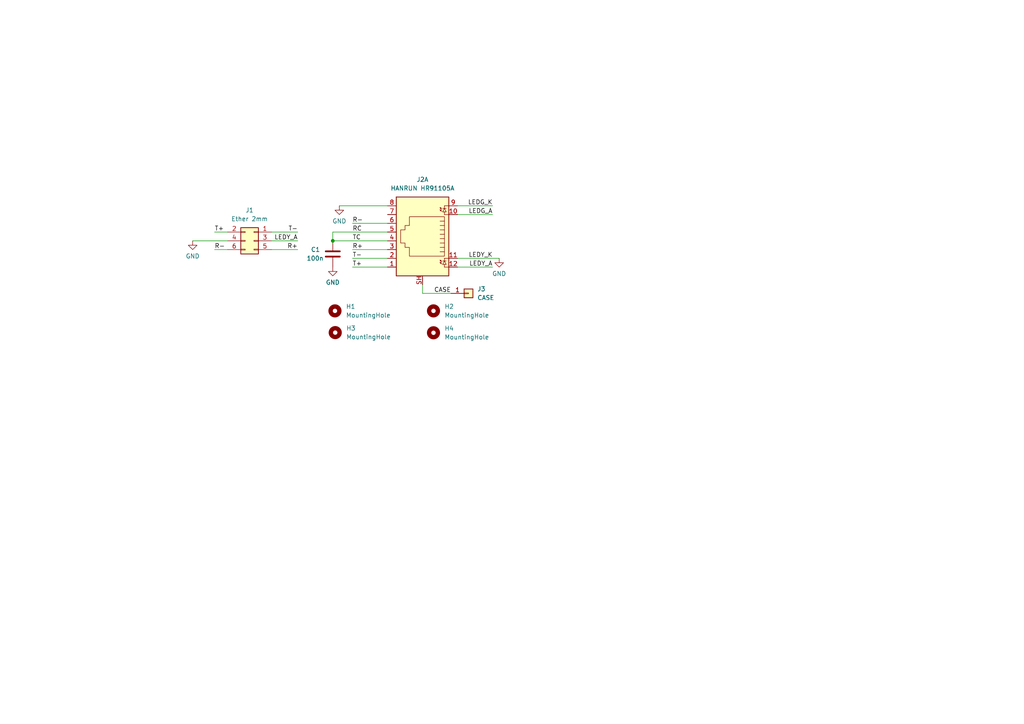
<source format=kicad_sch>
(kicad_sch (version 20211123) (generator eeschema)

  (uuid 8c601a75-44ba-4225-a78d-16c8cc292af2)

  (paper "A4")

  (lib_symbols
    (symbol "Connector:RJ45_LED_Shielded_x2" (in_bom yes) (on_board yes)
      (property "Reference" "J" (id 0) (at -5.08 13.97 0)
        (effects (font (size 1.27 1.27)) (justify right))
      )
      (property "Value" "RJ45_LED_Shielded_x2" (id 1) (at 1.27 13.97 0)
        (effects (font (size 1.27 1.27)) (justify left))
      )
      (property "Footprint" "" (id 2) (at 0 0.635 90)
        (effects (font (size 1.27 1.27)) hide)
      )
      (property "Datasheet" "~" (id 3) (at 0 0.635 90)
        (effects (font (size 1.27 1.27)) hide)
      )
      (property "ki_keywords" "8P8C RJ female connector led" (id 4) (at 0 0 0)
        (effects (font (size 1.27 1.27)) hide)
      )
      (property "ki_description" "RJ connector, 8P8C (8 positions 8 connected), two LEDs, Shielded, two ports" (id 5) (at 0 0 0)
        (effects (font (size 1.27 1.27)) hide)
      )
      (property "ki_fp_filters" "8P8C*02* RJ45*02*" (id 6) (at 0 0 0)
        (effects (font (size 1.27 1.27)) hide)
      )
      (symbol "RJ45_LED_Shielded_x2_0_1"
        (polyline
          (pts
            (xy -7.62 -7.62)
            (xy -6.35 -7.62)
          )
          (stroke (width 0) (type default) (color 0 0 0 0))
          (fill (type none))
        )
        (polyline
          (pts
            (xy -7.62 -5.08)
            (xy -6.35 -5.08)
          )
          (stroke (width 0) (type default) (color 0 0 0 0))
          (fill (type none))
        )
        (polyline
          (pts
            (xy -7.62 7.62)
            (xy -6.35 7.62)
          )
          (stroke (width 0) (type default) (color 0 0 0 0))
          (fill (type none))
        )
        (polyline
          (pts
            (xy -7.62 10.16)
            (xy -6.35 10.16)
          )
          (stroke (width 0) (type default) (color 0 0 0 0))
          (fill (type none))
        )
        (polyline
          (pts
            (xy -6.858 -5.842)
            (xy -5.842 -5.842)
          )
          (stroke (width 0) (type default) (color 0 0 0 0))
          (fill (type none))
        )
        (polyline
          (pts
            (xy -6.858 9.398)
            (xy -5.842 9.398)
          )
          (stroke (width 0) (type default) (color 0 0 0 0))
          (fill (type none))
        )
        (polyline
          (pts
            (xy -6.35 -7.62)
            (xy -6.35 -6.858)
          )
          (stroke (width 0) (type default) (color 0 0 0 0))
          (fill (type none))
        )
        (polyline
          (pts
            (xy -6.35 -5.08)
            (xy -6.35 -5.842)
          )
          (stroke (width 0) (type default) (color 0 0 0 0))
          (fill (type none))
        )
        (polyline
          (pts
            (xy -6.35 7.62)
            (xy -6.35 8.382)
          )
          (stroke (width 0) (type default) (color 0 0 0 0))
          (fill (type none))
        )
        (polyline
          (pts
            (xy -6.35 10.16)
            (xy -6.35 9.398)
          )
          (stroke (width 0) (type default) (color 0 0 0 0))
          (fill (type none))
        )
        (polyline
          (pts
            (xy -5.08 -6.223)
            (xy -5.207 -6.604)
          )
          (stroke (width 0) (type default) (color 0 0 0 0))
          (fill (type none))
        )
        (polyline
          (pts
            (xy -5.08 -5.588)
            (xy -5.207 -5.969)
          )
          (stroke (width 0) (type default) (color 0 0 0 0))
          (fill (type none))
        )
        (polyline
          (pts
            (xy -5.08 4.445)
            (xy -6.35 4.445)
          )
          (stroke (width 0) (type default) (color 0 0 0 0))
          (fill (type none))
        )
        (polyline
          (pts
            (xy -5.08 5.715)
            (xy -6.35 5.715)
          )
          (stroke (width 0) (type default) (color 0 0 0 0))
          (fill (type none))
        )
        (polyline
          (pts
            (xy -5.08 9.017)
            (xy -5.207 8.636)
          )
          (stroke (width 0) (type default) (color 0 0 0 0))
          (fill (type none))
        )
        (polyline
          (pts
            (xy -5.08 9.652)
            (xy -5.207 9.271)
          )
          (stroke (width 0) (type default) (color 0 0 0 0))
          (fill (type none))
        )
        (polyline
          (pts
            (xy -6.35 -3.175)
            (xy -5.08 -3.175)
            (xy -5.08 -3.175)
          )
          (stroke (width 0) (type default) (color 0 0 0 0))
          (fill (type none))
        )
        (polyline
          (pts
            (xy -6.35 -1.905)
            (xy -5.08 -1.905)
            (xy -5.08 -1.905)
          )
          (stroke (width 0) (type default) (color 0 0 0 0))
          (fill (type none))
        )
        (polyline
          (pts
            (xy -6.35 -0.635)
            (xy -5.08 -0.635)
            (xy -5.08 -0.635)
          )
          (stroke (width 0) (type default) (color 0 0 0 0))
          (fill (type none))
        )
        (polyline
          (pts
            (xy -6.35 0.635)
            (xy -5.08 0.635)
            (xy -5.08 0.635)
          )
          (stroke (width 0) (type default) (color 0 0 0 0))
          (fill (type none))
        )
        (polyline
          (pts
            (xy -6.35 1.905)
            (xy -5.08 1.905)
            (xy -5.08 1.905)
          )
          (stroke (width 0) (type default) (color 0 0 0 0))
          (fill (type none))
        )
        (polyline
          (pts
            (xy -5.588 -6.731)
            (xy -5.08 -6.223)
            (xy -5.461 -6.35)
          )
          (stroke (width 0) (type default) (color 0 0 0 0))
          (fill (type none))
        )
        (polyline
          (pts
            (xy -5.588 -6.096)
            (xy -5.08 -5.588)
            (xy -5.461 -5.715)
          )
          (stroke (width 0) (type default) (color 0 0 0 0))
          (fill (type none))
        )
        (polyline
          (pts
            (xy -5.588 8.509)
            (xy -5.08 9.017)
            (xy -5.461 8.89)
          )
          (stroke (width 0) (type default) (color 0 0 0 0))
          (fill (type none))
        )
        (polyline
          (pts
            (xy -5.588 9.144)
            (xy -5.08 9.652)
            (xy -5.461 9.525)
          )
          (stroke (width 0) (type default) (color 0 0 0 0))
          (fill (type none))
        )
        (polyline
          (pts
            (xy -5.08 3.175)
            (xy -6.35 3.175)
            (xy -6.35 3.175)
          )
          (stroke (width 0) (type default) (color 0 0 0 0))
          (fill (type none))
        )
        (polyline
          (pts
            (xy -6.35 -5.842)
            (xy -6.858 -6.858)
            (xy -5.842 -6.858)
            (xy -6.35 -5.842)
          )
          (stroke (width 0) (type default) (color 0 0 0 0))
          (fill (type none))
        )
        (polyline
          (pts
            (xy -6.35 9.398)
            (xy -6.858 8.382)
            (xy -5.842 8.382)
            (xy -6.35 9.398)
          )
          (stroke (width 0) (type default) (color 0 0 0 0))
          (fill (type none))
        )
        (polyline
          (pts
            (xy -6.35 -4.445)
            (xy -6.35 6.985)
            (xy 3.81 6.985)
            (xy 3.81 4.445)
            (xy 5.08 4.445)
            (xy 5.08 3.175)
            (xy 6.35 3.175)
            (xy 6.35 -0.635)
            (xy 5.08 -0.635)
            (xy 5.08 -1.905)
            (xy 3.81 -1.905)
            (xy 3.81 -4.445)
            (xy -6.35 -4.445)
            (xy -6.35 -4.445)
          )
          (stroke (width 0) (type default) (color 0 0 0 0))
          (fill (type none))
        )
        (rectangle (start 7.62 12.7) (end -7.62 -10.16)
          (stroke (width 0.254) (type default) (color 0 0 0 0))
          (fill (type background))
        )
      )
      (symbol "RJ45_LED_Shielded_x2_1_1"
        (pin passive line (at 10.16 -7.62 180) (length 2.54)
          (name "~" (effects (font (size 1.27 1.27))))
          (number "1" (effects (font (size 1.27 1.27))))
        )
        (pin passive line (at -10.16 7.62 0) (length 2.54)
          (name "~" (effects (font (size 1.27 1.27))))
          (number "10" (effects (font (size 1.27 1.27))))
        )
        (pin passive line (at -10.16 -5.08 0) (length 2.54)
          (name "~" (effects (font (size 1.27 1.27))))
          (number "11" (effects (font (size 1.27 1.27))))
        )
        (pin passive line (at -10.16 -7.62 0) (length 2.54)
          (name "~" (effects (font (size 1.27 1.27))))
          (number "12" (effects (font (size 1.27 1.27))))
        )
        (pin passive line (at 10.16 -5.08 180) (length 2.54)
          (name "~" (effects (font (size 1.27 1.27))))
          (number "2" (effects (font (size 1.27 1.27))))
        )
        (pin passive line (at 10.16 -2.54 180) (length 2.54)
          (name "~" (effects (font (size 1.27 1.27))))
          (number "3" (effects (font (size 1.27 1.27))))
        )
        (pin passive line (at 10.16 0 180) (length 2.54)
          (name "~" (effects (font (size 1.27 1.27))))
          (number "4" (effects (font (size 1.27 1.27))))
        )
        (pin passive line (at 10.16 2.54 180) (length 2.54)
          (name "~" (effects (font (size 1.27 1.27))))
          (number "5" (effects (font (size 1.27 1.27))))
        )
        (pin passive line (at 10.16 5.08 180) (length 2.54)
          (name "~" (effects (font (size 1.27 1.27))))
          (number "6" (effects (font (size 1.27 1.27))))
        )
        (pin passive line (at 10.16 7.62 180) (length 2.54)
          (name "~" (effects (font (size 1.27 1.27))))
          (number "7" (effects (font (size 1.27 1.27))))
        )
        (pin passive line (at 10.16 10.16 180) (length 2.54)
          (name "~" (effects (font (size 1.27 1.27))))
          (number "8" (effects (font (size 1.27 1.27))))
        )
        (pin passive line (at -10.16 10.16 0) (length 2.54)
          (name "~" (effects (font (size 1.27 1.27))))
          (number "9" (effects (font (size 1.27 1.27))))
        )
        (pin passive line (at 0 -12.7 90) (length 2.54)
          (name "~" (effects (font (size 1.27 1.27))))
          (number "SH" (effects (font (size 1.27 1.27))))
        )
      )
      (symbol "RJ45_LED_Shielded_x2_2_1"
        (pin passive line (at 10.16 -7.62 180) (length 2.54)
          (name "~" (effects (font (size 1.27 1.27))))
          (number "13" (effects (font (size 1.27 1.27))))
        )
        (pin passive line (at 10.16 -5.08 180) (length 2.54)
          (name "~" (effects (font (size 1.27 1.27))))
          (number "14" (effects (font (size 1.27 1.27))))
        )
        (pin passive line (at 10.16 -2.54 180) (length 2.54)
          (name "~" (effects (font (size 1.27 1.27))))
          (number "15" (effects (font (size 1.27 1.27))))
        )
        (pin passive line (at 10.16 0 180) (length 2.54)
          (name "~" (effects (font (size 1.27 1.27))))
          (number "16" (effects (font (size 1.27 1.27))))
        )
        (pin passive line (at 10.16 2.54 180) (length 2.54)
          (name "~" (effects (font (size 1.27 1.27))))
          (number "17" (effects (font (size 1.27 1.27))))
        )
        (pin passive line (at 10.16 5.08 180) (length 2.54)
          (name "~" (effects (font (size 1.27 1.27))))
          (number "18" (effects (font (size 1.27 1.27))))
        )
        (pin passive line (at 10.16 7.62 180) (length 2.54)
          (name "~" (effects (font (size 1.27 1.27))))
          (number "19" (effects (font (size 1.27 1.27))))
        )
        (pin passive line (at 10.16 10.16 180) (length 2.54)
          (name "~" (effects (font (size 1.27 1.27))))
          (number "20" (effects (font (size 1.27 1.27))))
        )
        (pin passive line (at -10.16 10.16 0) (length 2.54)
          (name "~" (effects (font (size 1.27 1.27))))
          (number "21" (effects (font (size 1.27 1.27))))
        )
        (pin passive line (at -10.16 7.62 0) (length 2.54)
          (name "~" (effects (font (size 1.27 1.27))))
          (number "22" (effects (font (size 1.27 1.27))))
        )
        (pin passive line (at -10.16 -5.08 0) (length 2.54)
          (name "~" (effects (font (size 1.27 1.27))))
          (number "23" (effects (font (size 1.27 1.27))))
        )
        (pin passive line (at -10.16 -7.62 0) (length 2.54)
          (name "~" (effects (font (size 1.27 1.27))))
          (number "24" (effects (font (size 1.27 1.27))))
        )
        (pin passive line (at 0 -12.7 90) (length 2.54)
          (name "~" (effects (font (size 1.27 1.27))))
          (number "SH" (effects (font (size 1.27 1.27))))
        )
      )
    )
    (symbol "Connector_Generic:Conn_01x01" (pin_names (offset 1.016) hide) (in_bom yes) (on_board yes)
      (property "Reference" "J" (id 0) (at 0 2.54 0)
        (effects (font (size 1.27 1.27)))
      )
      (property "Value" "Conn_01x01" (id 1) (at 0 -2.54 0)
        (effects (font (size 1.27 1.27)))
      )
      (property "Footprint" "" (id 2) (at 0 0 0)
        (effects (font (size 1.27 1.27)) hide)
      )
      (property "Datasheet" "~" (id 3) (at 0 0 0)
        (effects (font (size 1.27 1.27)) hide)
      )
      (property "ki_keywords" "connector" (id 4) (at 0 0 0)
        (effects (font (size 1.27 1.27)) hide)
      )
      (property "ki_description" "Generic connector, single row, 01x01, script generated (kicad-library-utils/schlib/autogen/connector/)" (id 5) (at 0 0 0)
        (effects (font (size 1.27 1.27)) hide)
      )
      (property "ki_fp_filters" "Connector*:*_1x??_*" (id 6) (at 0 0 0)
        (effects (font (size 1.27 1.27)) hide)
      )
      (symbol "Conn_01x01_1_1"
        (rectangle (start -1.27 0.127) (end 0 -0.127)
          (stroke (width 0.1524) (type default) (color 0 0 0 0))
          (fill (type none))
        )
        (rectangle (start -1.27 1.27) (end 1.27 -1.27)
          (stroke (width 0.254) (type default) (color 0 0 0 0))
          (fill (type background))
        )
        (pin passive line (at -5.08 0 0) (length 3.81)
          (name "Pin_1" (effects (font (size 1.27 1.27))))
          (number "1" (effects (font (size 1.27 1.27))))
        )
      )
    )
    (symbol "Connector_Generic:Conn_02x03_Odd_Even" (pin_names (offset 1.016) hide) (in_bom yes) (on_board yes)
      (property "Reference" "J" (id 0) (at 1.27 5.08 0)
        (effects (font (size 1.27 1.27)))
      )
      (property "Value" "Conn_02x03_Odd_Even" (id 1) (at 1.27 -5.08 0)
        (effects (font (size 1.27 1.27)))
      )
      (property "Footprint" "" (id 2) (at 0 0 0)
        (effects (font (size 1.27 1.27)) hide)
      )
      (property "Datasheet" "~" (id 3) (at 0 0 0)
        (effects (font (size 1.27 1.27)) hide)
      )
      (property "ki_keywords" "connector" (id 4) (at 0 0 0)
        (effects (font (size 1.27 1.27)) hide)
      )
      (property "ki_description" "Generic connector, double row, 02x03, odd/even pin numbering scheme (row 1 odd numbers, row 2 even numbers), script generated (kicad-library-utils/schlib/autogen/connector/)" (id 5) (at 0 0 0)
        (effects (font (size 1.27 1.27)) hide)
      )
      (property "ki_fp_filters" "Connector*:*_2x??_*" (id 6) (at 0 0 0)
        (effects (font (size 1.27 1.27)) hide)
      )
      (symbol "Conn_02x03_Odd_Even_1_1"
        (rectangle (start -1.27 -2.413) (end 0 -2.667)
          (stroke (width 0.1524) (type default) (color 0 0 0 0))
          (fill (type none))
        )
        (rectangle (start -1.27 0.127) (end 0 -0.127)
          (stroke (width 0.1524) (type default) (color 0 0 0 0))
          (fill (type none))
        )
        (rectangle (start -1.27 2.667) (end 0 2.413)
          (stroke (width 0.1524) (type default) (color 0 0 0 0))
          (fill (type none))
        )
        (rectangle (start -1.27 3.81) (end 3.81 -3.81)
          (stroke (width 0.254) (type default) (color 0 0 0 0))
          (fill (type background))
        )
        (rectangle (start 3.81 -2.413) (end 2.54 -2.667)
          (stroke (width 0.1524) (type default) (color 0 0 0 0))
          (fill (type none))
        )
        (rectangle (start 3.81 0.127) (end 2.54 -0.127)
          (stroke (width 0.1524) (type default) (color 0 0 0 0))
          (fill (type none))
        )
        (rectangle (start 3.81 2.667) (end 2.54 2.413)
          (stroke (width 0.1524) (type default) (color 0 0 0 0))
          (fill (type none))
        )
        (pin passive line (at -5.08 2.54 0) (length 3.81)
          (name "Pin_1" (effects (font (size 1.27 1.27))))
          (number "1" (effects (font (size 1.27 1.27))))
        )
        (pin passive line (at 7.62 2.54 180) (length 3.81)
          (name "Pin_2" (effects (font (size 1.27 1.27))))
          (number "2" (effects (font (size 1.27 1.27))))
        )
        (pin passive line (at -5.08 0 0) (length 3.81)
          (name "Pin_3" (effects (font (size 1.27 1.27))))
          (number "3" (effects (font (size 1.27 1.27))))
        )
        (pin passive line (at 7.62 0 180) (length 3.81)
          (name "Pin_4" (effects (font (size 1.27 1.27))))
          (number "4" (effects (font (size 1.27 1.27))))
        )
        (pin passive line (at -5.08 -2.54 0) (length 3.81)
          (name "Pin_5" (effects (font (size 1.27 1.27))))
          (number "5" (effects (font (size 1.27 1.27))))
        )
        (pin passive line (at 7.62 -2.54 180) (length 3.81)
          (name "Pin_6" (effects (font (size 1.27 1.27))))
          (number "6" (effects (font (size 1.27 1.27))))
        )
      )
    )
    (symbol "Device:C" (pin_numbers hide) (pin_names (offset 0.254)) (in_bom yes) (on_board yes)
      (property "Reference" "C" (id 0) (at 0.635 2.54 0)
        (effects (font (size 1.27 1.27)) (justify left))
      )
      (property "Value" "C" (id 1) (at 0.635 -2.54 0)
        (effects (font (size 1.27 1.27)) (justify left))
      )
      (property "Footprint" "" (id 2) (at 0.9652 -3.81 0)
        (effects (font (size 1.27 1.27)) hide)
      )
      (property "Datasheet" "~" (id 3) (at 0 0 0)
        (effects (font (size 1.27 1.27)) hide)
      )
      (property "ki_keywords" "cap capacitor" (id 4) (at 0 0 0)
        (effects (font (size 1.27 1.27)) hide)
      )
      (property "ki_description" "Unpolarized capacitor" (id 5) (at 0 0 0)
        (effects (font (size 1.27 1.27)) hide)
      )
      (property "ki_fp_filters" "C_*" (id 6) (at 0 0 0)
        (effects (font (size 1.27 1.27)) hide)
      )
      (symbol "C_0_1"
        (polyline
          (pts
            (xy -2.032 -0.762)
            (xy 2.032 -0.762)
          )
          (stroke (width 0.508) (type default) (color 0 0 0 0))
          (fill (type none))
        )
        (polyline
          (pts
            (xy -2.032 0.762)
            (xy 2.032 0.762)
          )
          (stroke (width 0.508) (type default) (color 0 0 0 0))
          (fill (type none))
        )
      )
      (symbol "C_1_1"
        (pin passive line (at 0 3.81 270) (length 2.794)
          (name "~" (effects (font (size 1.27 1.27))))
          (number "1" (effects (font (size 1.27 1.27))))
        )
        (pin passive line (at 0 -3.81 90) (length 2.794)
          (name "~" (effects (font (size 1.27 1.27))))
          (number "2" (effects (font (size 1.27 1.27))))
        )
      )
    )
    (symbol "Mechanical:MountingHole" (pin_names (offset 1.016)) (in_bom yes) (on_board yes)
      (property "Reference" "H" (id 0) (at 0 5.08 0)
        (effects (font (size 1.27 1.27)))
      )
      (property "Value" "MountingHole" (id 1) (at 0 3.175 0)
        (effects (font (size 1.27 1.27)))
      )
      (property "Footprint" "" (id 2) (at 0 0 0)
        (effects (font (size 1.27 1.27)) hide)
      )
      (property "Datasheet" "~" (id 3) (at 0 0 0)
        (effects (font (size 1.27 1.27)) hide)
      )
      (property "ki_keywords" "mounting hole" (id 4) (at 0 0 0)
        (effects (font (size 1.27 1.27)) hide)
      )
      (property "ki_description" "Mounting Hole without connection" (id 5) (at 0 0 0)
        (effects (font (size 1.27 1.27)) hide)
      )
      (property "ki_fp_filters" "MountingHole*" (id 6) (at 0 0 0)
        (effects (font (size 1.27 1.27)) hide)
      )
      (symbol "MountingHole_0_1"
        (circle (center 0 0) (radius 1.27)
          (stroke (width 1.27) (type default) (color 0 0 0 0))
          (fill (type none))
        )
      )
    )
    (symbol "power:GND" (power) (pin_names (offset 0)) (in_bom yes) (on_board yes)
      (property "Reference" "#PWR" (id 0) (at 0 -6.35 0)
        (effects (font (size 1.27 1.27)) hide)
      )
      (property "Value" "GND" (id 1) (at 0 -3.81 0)
        (effects (font (size 1.27 1.27)))
      )
      (property "Footprint" "" (id 2) (at 0 0 0)
        (effects (font (size 1.27 1.27)) hide)
      )
      (property "Datasheet" "" (id 3) (at 0 0 0)
        (effects (font (size 1.27 1.27)) hide)
      )
      (property "ki_keywords" "power-flag" (id 4) (at 0 0 0)
        (effects (font (size 1.27 1.27)) hide)
      )
      (property "ki_description" "Power symbol creates a global label with name \"GND\" , ground" (id 5) (at 0 0 0)
        (effects (font (size 1.27 1.27)) hide)
      )
      (symbol "GND_0_1"
        (polyline
          (pts
            (xy 0 0)
            (xy 0 -1.27)
            (xy 1.27 -1.27)
            (xy 0 -2.54)
            (xy -1.27 -1.27)
            (xy 0 -1.27)
          )
          (stroke (width 0) (type default) (color 0 0 0 0))
          (fill (type none))
        )
      )
      (symbol "GND_1_1"
        (pin power_in line (at 0 0 270) (length 0) hide
          (name "GND" (effects (font (size 1.27 1.27))))
          (number "1" (effects (font (size 1.27 1.27))))
        )
      )
    )
  )

  (junction (at 96.52 69.85) (diameter 0) (color 0 0 0 0)
    (uuid 62256f43-deec-4c41-9104-935243309ce0)
  )

  (wire (pts (xy 122.555 82.55) (xy 122.555 85.09))
    (stroke (width 0) (type default) (color 0 0 0 0))
    (uuid 006c1c32-7592-46c0-80e0-0e43914f0b67)
  )
  (wire (pts (xy 142.875 59.69) (xy 132.715 59.69))
    (stroke (width 0) (type default) (color 0 0 0 0))
    (uuid 16b39725-4b04-412a-9bf9-0fb519eace97)
  )
  (wire (pts (xy 96.52 67.31) (xy 96.52 69.85))
    (stroke (width 0) (type default) (color 0 0 0 0))
    (uuid 1abbd47f-fbd1-42e0-a449-a1c5d043419e)
  )
  (wire (pts (xy 62.23 67.31) (xy 66.04 67.31))
    (stroke (width 0) (type default) (color 0 0 0 0))
    (uuid 207304e9-303d-400f-8eee-ba1d59ec40f7)
  )
  (wire (pts (xy 132.715 74.93) (xy 144.78 74.93))
    (stroke (width 0) (type default) (color 0 0 0 0))
    (uuid 417534ee-56d9-4016-ab3e-96b0299763ff)
  )
  (wire (pts (xy 96.52 67.31) (xy 112.395 67.31))
    (stroke (width 0) (type default) (color 0 0 0 0))
    (uuid 421fa458-9fdd-470d-813c-db66b7dbabb8)
  )
  (wire (pts (xy 96.52 69.85) (xy 112.395 69.85))
    (stroke (width 0) (type default) (color 0 0 0 0))
    (uuid 50963490-3c61-43a5-b84e-7b5ab19ad2fc)
  )
  (wire (pts (xy 142.875 77.47) (xy 132.715 77.47))
    (stroke (width 0) (type default) (color 0 0 0 0))
    (uuid 67dd5cfe-1736-457d-a0c7-b22d3e908c9d)
  )
  (wire (pts (xy 78.74 67.31) (xy 86.36 67.31))
    (stroke (width 0) (type default) (color 0 0 0 0))
    (uuid 6800e855-5d80-41fc-b1cb-19c5d2a6d7da)
  )
  (wire (pts (xy 102.235 74.93) (xy 112.395 74.93))
    (stroke (width 0) (type default) (color 0 0 0 0))
    (uuid 86e45c3b-311e-4b4b-8b46-9a40a8a7ab1f)
  )
  (wire (pts (xy 122.555 85.09) (xy 130.81 85.09))
    (stroke (width 0) (type default) (color 0 0 0 0))
    (uuid 897f54b0-66bd-448a-8cd9-e245fe8142df)
  )
  (wire (pts (xy 102.235 72.39) (xy 112.395 72.39))
    (stroke (width 0) (type default) (color 0 0 0 0))
    (uuid 93e95713-dfee-4ec6-b642-381c7ba8689a)
  )
  (wire (pts (xy 78.74 69.85) (xy 86.36 69.85))
    (stroke (width 0) (type default) (color 0 0 0 0))
    (uuid a06e7682-f4c8-49f0-a3a5-66130fecb214)
  )
  (wire (pts (xy 102.235 77.47) (xy 112.395 77.47))
    (stroke (width 0) (type default) (color 0 0 0 0))
    (uuid a5b28469-8375-4d61-9ab7-abf78fb0e298)
  )
  (wire (pts (xy 55.88 69.85) (xy 66.04 69.85))
    (stroke (width 0) (type default) (color 0 0 0 0))
    (uuid bf18f070-1180-41db-9dec-56d3fe42aa22)
  )
  (wire (pts (xy 78.74 72.39) (xy 86.36 72.39))
    (stroke (width 0) (type default) (color 0 0 0 0))
    (uuid dd977911-1bee-493a-8e8b-f2a72088243a)
  )
  (wire (pts (xy 98.425 59.69) (xy 112.395 59.69))
    (stroke (width 0) (type default) (color 0 0 0 0))
    (uuid dee6907d-640a-4a4e-8c17-72b726bb94ec)
  )
  (wire (pts (xy 102.235 64.77) (xy 112.395 64.77))
    (stroke (width 0) (type default) (color 0 0 0 0))
    (uuid e7e67381-4b35-43d3-b394-18e95149d59c)
  )
  (wire (pts (xy 62.23 72.39) (xy 66.04 72.39))
    (stroke (width 0) (type default) (color 0 0 0 0))
    (uuid ecae4c07-7218-4580-b070-48893e80177b)
  )
  (wire (pts (xy 142.875 62.23) (xy 132.715 62.23))
    (stroke (width 0) (type default) (color 0 0 0 0))
    (uuid faf50062-7166-4446-acf0-7fc1a1c4d320)
  )

  (label "RC" (at 102.235 67.31 0)
    (effects (font (size 1.27 1.27)) (justify left bottom))
    (uuid 078b058c-23bf-435f-8277-dc840bd9339d)
  )
  (label "T+" (at 102.235 77.47 0)
    (effects (font (size 1.27 1.27)) (justify left bottom))
    (uuid 21871adc-52a2-450d-a1a8-b587aae3de2c)
  )
  (label "R-" (at 62.23 72.39 0)
    (effects (font (size 1.27 1.27)) (justify left bottom))
    (uuid 2d2145b5-fc78-44c2-858a-648dc69adeb6)
  )
  (label "LEDY_A" (at 142.875 77.47 180)
    (effects (font (size 1.27 1.27)) (justify right bottom))
    (uuid 3f7f6e88-b921-44de-8af5-cabe810d544a)
  )
  (label "T-" (at 102.235 74.93 0)
    (effects (font (size 1.27 1.27)) (justify left bottom))
    (uuid 3fff3ce8-0eaa-4c1f-a55c-a71187ae6659)
  )
  (label "R-" (at 102.235 64.77 0)
    (effects (font (size 1.27 1.27)) (justify left bottom))
    (uuid 49022758-c0e2-450f-8363-b3c9fc038d45)
  )
  (label "LEDG_A" (at 142.875 62.23 180)
    (effects (font (size 1.27 1.27)) (justify right bottom))
    (uuid 5d1b9cc7-1b98-4049-b9a1-78ae5458f81d)
  )
  (label "T+" (at 62.23 67.31 0)
    (effects (font (size 1.27 1.27)) (justify left bottom))
    (uuid 5ead72bc-3e24-413e-abbd-9e0841d6279d)
  )
  (label "CASE" (at 130.81 85.09 180)
    (effects (font (size 1.27 1.27)) (justify right bottom))
    (uuid 717c7e8a-8201-49e3-9745-086fe6c5c55a)
  )
  (label "TC" (at 102.235 69.85 0)
    (effects (font (size 1.27 1.27)) (justify left bottom))
    (uuid 8558f3a7-3bb4-44df-b884-7e1f306e659b)
  )
  (label "LEDY_K" (at 142.875 74.93 180)
    (effects (font (size 1.27 1.27)) (justify right bottom))
    (uuid 8702b630-467a-4acf-8f23-77d1cec4a043)
  )
  (label "R+" (at 86.36 72.39 180)
    (effects (font (size 1.27 1.27)) (justify right bottom))
    (uuid aafb378f-1acd-40cb-844d-3e213da61cb2)
  )
  (label "LEDG_K" (at 142.875 59.69 180)
    (effects (font (size 1.27 1.27)) (justify right bottom))
    (uuid b55f9bf9-8239-46dc-b58c-3188d8f771f3)
  )
  (label "R+" (at 102.235 72.39 0)
    (effects (font (size 1.27 1.27)) (justify left bottom))
    (uuid be219c81-c080-4d71-95b4-f9abdce44064)
  )
  (label "LEDY_A" (at 86.36 69.85 180)
    (effects (font (size 1.27 1.27)) (justify right bottom))
    (uuid e375f433-c788-40e6-916a-00b71c501be9)
  )
  (label "T-" (at 86.36 67.31 180)
    (effects (font (size 1.27 1.27)) (justify right bottom))
    (uuid ed1e798e-8040-4193-91a8-153304c56c82)
  )

  (symbol (lib_id "Mechanical:MountingHole") (at 97.155 90.17 0) (unit 1)
    (in_bom yes) (on_board yes) (fields_autoplaced)
    (uuid 00bd3b1a-a38f-42bb-aea7-fed5ddc4c686)
    (property "Reference" "H1" (id 0) (at 100.33 88.8999 0)
      (effects (font (size 1.27 1.27)) (justify left))
    )
    (property "Value" "MountingHole" (id 1) (at 100.33 91.4399 0)
      (effects (font (size 1.27 1.27)) (justify left))
    )
    (property "Footprint" "RP:MountingHole_3.5mm" (id 2) (at 97.155 90.17 0)
      (effects (font (size 1.27 1.27)) hide)
    )
    (property "Datasheet" "~" (id 3) (at 97.155 90.17 0)
      (effects (font (size 1.27 1.27)) hide)
    )
  )

  (symbol (lib_id "power:GND") (at 55.88 69.85 0) (unit 1)
    (in_bom yes) (on_board yes) (fields_autoplaced)
    (uuid 00be9df7-603b-4a40-9b81-ed9fd5be6031)
    (property "Reference" "#PWR02" (id 0) (at 55.88 76.2 0)
      (effects (font (size 1.27 1.27)) hide)
    )
    (property "Value" "GND" (id 1) (at 55.88 74.295 0))
    (property "Footprint" "" (id 2) (at 55.88 69.85 0)
      (effects (font (size 1.27 1.27)) hide)
    )
    (property "Datasheet" "" (id 3) (at 55.88 69.85 0)
      (effects (font (size 1.27 1.27)) hide)
    )
    (pin "1" (uuid dc1cef74-af9b-43e7-9882-9137e3840e9d))
  )

  (symbol (lib_id "Mechanical:MountingHole") (at 125.73 90.17 0) (unit 1)
    (in_bom yes) (on_board yes) (fields_autoplaced)
    (uuid 36475214-1d60-404b-9db5-339071e5b1c1)
    (property "Reference" "H2" (id 0) (at 128.905 88.8999 0)
      (effects (font (size 1.27 1.27)) (justify left))
    )
    (property "Value" "MountingHole" (id 1) (at 128.905 91.4399 0)
      (effects (font (size 1.27 1.27)) (justify left))
    )
    (property "Footprint" "RP:MountingHole_3.5mm" (id 2) (at 125.73 90.17 0)
      (effects (font (size 1.27 1.27)) hide)
    )
    (property "Datasheet" "~" (id 3) (at 125.73 90.17 0)
      (effects (font (size 1.27 1.27)) hide)
    )
  )

  (symbol (lib_id "power:GND") (at 144.78 74.93 0) (unit 1)
    (in_bom yes) (on_board yes) (fields_autoplaced)
    (uuid 391f6091-4e7d-42a8-a628-e4e3bad6daa7)
    (property "Reference" "#PWR03" (id 0) (at 144.78 81.28 0)
      (effects (font (size 1.27 1.27)) hide)
    )
    (property "Value" "GND" (id 1) (at 144.78 79.375 0))
    (property "Footprint" "" (id 2) (at 144.78 74.93 0)
      (effects (font (size 1.27 1.27)) hide)
    )
    (property "Datasheet" "" (id 3) (at 144.78 74.93 0)
      (effects (font (size 1.27 1.27)) hide)
    )
    (pin "1" (uuid 27718ca7-2a1a-4d1d-9601-82952c89159b))
  )

  (symbol (lib_id "Connector_Generic:Conn_02x03_Odd_Even") (at 73.66 69.85 0) (mirror y) (unit 1)
    (in_bom yes) (on_board yes) (fields_autoplaced)
    (uuid 5869d53f-c5fd-489c-b879-04685307b52c)
    (property "Reference" "J1" (id 0) (at 72.39 60.96 0))
    (property "Value" "Ether 2mm" (id 1) (at 72.39 63.5 0))
    (property "Footprint" "Connector_PinHeader_2.00mm:PinHeader_2x03_P2.00mm_Vertical" (id 2) (at 73.66 69.85 0)
      (effects (font (size 1.27 1.27)) hide)
    )
    (property "Datasheet" "~" (id 3) (at 73.66 69.85 0)
      (effects (font (size 1.27 1.27)) hide)
    )
    (pin "1" (uuid 5c953339-117d-491a-a6ca-a48b0b82b15b))
    (pin "2" (uuid ad6204a7-eba0-4b16-9dbf-0ee793cd3db9))
    (pin "3" (uuid 66616363-ca88-4718-907a-aeb118aa0227))
    (pin "4" (uuid 896722ed-0a33-47f4-8516-ff6e0061cea8))
    (pin "5" (uuid 66a39410-524a-4802-a3b6-b999d4599283))
    (pin "6" (uuid 110bb9d3-0475-40da-812d-d1c2703f8889))
  )

  (symbol (lib_id "Connector:RJ45_LED_Shielded_x2") (at 122.555 69.85 0) (mirror y) (unit 1)
    (in_bom yes) (on_board yes) (fields_autoplaced)
    (uuid 5e1e95c3-0595-47d3-ad84-8df64172b6b2)
    (property "Reference" "J2" (id 0) (at 122.555 52.07 0))
    (property "Value" "HANRUN HR91105A" (id 1) (at 122.555 54.61 0))
    (property "Footprint" "Connector_RJ:RJ45_Hanrun_HR911105A" (id 2) (at 122.555 69.215 90)
      (effects (font (size 1.27 1.27)) hide)
    )
    (property "Datasheet" "~" (id 3) (at 122.555 69.215 90)
      (effects (font (size 1.27 1.27)) hide)
    )
    (pin "1" (uuid 471a01fe-4570-447d-8747-6ced34205cdd))
    (pin "10" (uuid 9ddf7cee-17a0-4cc1-aad3-ac3d7c7eb259))
    (pin "11" (uuid 7c087c65-06c6-479b-a0a7-0001565f2954))
    (pin "12" (uuid 115ada8e-b83c-4c5b-8015-485d67aad25a))
    (pin "2" (uuid 0c3b5f40-ad3b-493e-9a85-be8ab73fe609))
    (pin "3" (uuid 253597f0-1259-4f78-832e-72e410e1f7c2))
    (pin "4" (uuid ebc72e94-e2cc-451a-9a82-ad733603aced))
    (pin "5" (uuid c2f74cb1-ecaa-4416-acdf-319d48e14f8c))
    (pin "6" (uuid c0e281ec-f475-4da1-ac1b-1c0fe4139374))
    (pin "7" (uuid 05cfb1f6-bea7-4c3e-952b-13efac7626c0))
    (pin "8" (uuid d0d57224-7b24-4abd-a92e-ba3ab70fe74a))
    (pin "9" (uuid bf5a7b28-d09b-4024-9155-1c3d2a39649a))
    (pin "SH" (uuid 9ae59410-dac7-4f7c-b381-06fa293418d1))
    (pin "13" (uuid b61c7cd3-10a6-47c9-a2d5-c60000049fab))
    (pin "14" (uuid 7e109226-6ac7-4c68-8265-7bcf48a74b59))
    (pin "15" (uuid 5db5be16-4d93-4318-9065-225e67cf169c))
    (pin "16" (uuid 7eb57deb-8d99-44a0-b71d-ee53a70f8c67))
    (pin "17" (uuid 427091fe-a4e8-44b5-bb6e-3061c2655cdd))
    (pin "18" (uuid 9b719c01-b9c4-459f-b2d3-5bd0330b987e))
    (pin "19" (uuid d8b0af41-484a-47d5-8b21-b8dcda410d08))
    (pin "20" (uuid 6e0db972-9e8f-4332-bd9e-3f59162fe979))
    (pin "21" (uuid b31cddff-c66c-4bff-83ba-b5fbeadd8e8b))
    (pin "22" (uuid aa8b34bd-9939-4a5b-aa7a-3efa22eb0401))
    (pin "23" (uuid e82f6b3f-c0cd-4c88-a014-1c672bd6dea7))
    (pin "24" (uuid f868f5e1-e291-440a-aa02-593299523521))
    (pin "SH" (uuid f2b6a22f-9198-4aa9-a50d-822c805e2b21))
  )

  (symbol (lib_id "Mechanical:MountingHole") (at 97.2312 96.4692 0) (unit 1)
    (in_bom yes) (on_board yes) (fields_autoplaced)
    (uuid 618f09a9-80e3-43ae-8236-5a40d31bacb6)
    (property "Reference" "H3" (id 0) (at 100.4062 95.1991 0)
      (effects (font (size 1.27 1.27)) (justify left))
    )
    (property "Value" "MountingHole" (id 1) (at 100.4062 97.7391 0)
      (effects (font (size 1.27 1.27)) (justify left))
    )
    (property "Footprint" "RP:MountingHole_3.5mm" (id 2) (at 97.2312 96.4692 0)
      (effects (font (size 1.27 1.27)) hide)
    )
    (property "Datasheet" "~" (id 3) (at 97.2312 96.4692 0)
      (effects (font (size 1.27 1.27)) hide)
    )
  )

  (symbol (lib_id "Mechanical:MountingHole") (at 125.73 96.52 0) (unit 1)
    (in_bom yes) (on_board yes) (fields_autoplaced)
    (uuid 690d9034-f7f9-4b40-9c4a-b07d234d6089)
    (property "Reference" "H4" (id 0) (at 128.905 95.2499 0)
      (effects (font (size 1.27 1.27)) (justify left))
    )
    (property "Value" "MountingHole" (id 1) (at 128.905 97.7899 0)
      (effects (font (size 1.27 1.27)) (justify left))
    )
    (property "Footprint" "RP:MountingHole_3.5mm" (id 2) (at 125.73 96.52 0)
      (effects (font (size 1.27 1.27)) hide)
    )
    (property "Datasheet" "~" (id 3) (at 125.73 96.52 0)
      (effects (font (size 1.27 1.27)) hide)
    )
  )

  (symbol (lib_id "Device:C") (at 96.52 73.66 0) (unit 1)
    (in_bom yes) (on_board yes)
    (uuid 7e04c141-9374-4ce1-9f2d-f4ed3af64d45)
    (property "Reference" "C1" (id 0) (at 90.17 72.39 0)
      (effects (font (size 1.27 1.27)) (justify left))
    )
    (property "Value" "100n" (id 1) (at 88.9 74.93 0)
      (effects (font (size 1.27 1.27)) (justify left))
    )
    (property "Footprint" "Capacitor_SMD:C_0805_2012Metric_Pad1.18x1.45mm_HandSolder" (id 2) (at 97.4852 77.47 0)
      (effects (font (size 1.27 1.27)) hide)
    )
    (property "Datasheet" "~" (id 3) (at 96.52 73.66 0)
      (effects (font (size 1.27 1.27)) hide)
    )
    (pin "1" (uuid 21ff3f33-a08f-4d15-8efa-11233563787e))
    (pin "2" (uuid ff8d1e9d-2eec-4fa9-a662-bb3bfee36656))
  )

  (symbol (lib_id "Connector_Generic:Conn_01x01") (at 135.89 85.09 0) (unit 1)
    (in_bom yes) (on_board yes) (fields_autoplaced)
    (uuid 7ecd6f56-a7bf-4e87-8d5d-6d35334ad11d)
    (property "Reference" "J3" (id 0) (at 138.43 83.8199 0)
      (effects (font (size 1.27 1.27)) (justify left))
    )
    (property "Value" "CASE" (id 1) (at 138.43 86.3599 0)
      (effects (font (size 1.27 1.27)) (justify left))
    )
    (property "Footprint" "Connectors:1X01" (id 2) (at 135.89 85.09 0)
      (effects (font (size 1.27 1.27)) hide)
    )
    (property "Datasheet" "~" (id 3) (at 135.89 85.09 0)
      (effects (font (size 1.27 1.27)) hide)
    )
    (pin "1" (uuid ef2b619b-3c7d-44aa-a8fe-4349ac5246a6))
  )

  (symbol (lib_id "power:GND") (at 98.425 59.69 0) (unit 1)
    (in_bom yes) (on_board yes) (fields_autoplaced)
    (uuid 90fe5d4b-9cd4-4d84-8c61-d0a9360ee738)
    (property "Reference" "#PWR01" (id 0) (at 98.425 66.04 0)
      (effects (font (size 1.27 1.27)) hide)
    )
    (property "Value" "GND" (id 1) (at 98.425 64.135 0))
    (property "Footprint" "" (id 2) (at 98.425 59.69 0)
      (effects (font (size 1.27 1.27)) hide)
    )
    (property "Datasheet" "" (id 3) (at 98.425 59.69 0)
      (effects (font (size 1.27 1.27)) hide)
    )
    (pin "1" (uuid 9a351ed4-9bc8-4879-b762-813ba5d96271))
  )

  (symbol (lib_id "power:GND") (at 96.52 77.47 0) (unit 1)
    (in_bom yes) (on_board yes) (fields_autoplaced)
    (uuid e28c1e7d-100b-48c4-a04f-cbe97329c33e)
    (property "Reference" "#PWR?" (id 0) (at 96.52 83.82 0)
      (effects (font (size 1.27 1.27)) hide)
    )
    (property "Value" "GND" (id 1) (at 96.52 81.915 0))
    (property "Footprint" "" (id 2) (at 96.52 77.47 0)
      (effects (font (size 1.27 1.27)) hide)
    )
    (property "Datasheet" "" (id 3) (at 96.52 77.47 0)
      (effects (font (size 1.27 1.27)) hide)
    )
    (pin "1" (uuid 01c9dcc8-a44c-4003-a10c-081669405404))
  )

  (sheet_instances
    (path "/" (page "1"))
  )

  (symbol_instances
    (path "/90fe5d4b-9cd4-4d84-8c61-d0a9360ee738"
      (reference "#PWR01") (unit 1) (value "GND") (footprint "")
    )
    (path "/00be9df7-603b-4a40-9b81-ed9fd5be6031"
      (reference "#PWR02") (unit 1) (value "GND") (footprint "")
    )
    (path "/391f6091-4e7d-42a8-a628-e4e3bad6daa7"
      (reference "#PWR03") (unit 1) (value "GND") (footprint "")
    )
    (path "/e28c1e7d-100b-48c4-a04f-cbe97329c33e"
      (reference "#PWR?") (unit 1) (value "GND") (footprint "")
    )
    (path "/7e04c141-9374-4ce1-9f2d-f4ed3af64d45"
      (reference "C1") (unit 1) (value "100n") (footprint "Capacitor_SMD:C_0805_2012Metric_Pad1.18x1.45mm_HandSolder")
    )
    (path "/00bd3b1a-a38f-42bb-aea7-fed5ddc4c686"
      (reference "H1") (unit 1) (value "MountingHole") (footprint "RP:MountingHole_3.5mm")
    )
    (path "/36475214-1d60-404b-9db5-339071e5b1c1"
      (reference "H2") (unit 1) (value "MountingHole") (footprint "RP:MountingHole_3.5mm")
    )
    (path "/618f09a9-80e3-43ae-8236-5a40d31bacb6"
      (reference "H3") (unit 1) (value "MountingHole") (footprint "RP:MountingHole_3.5mm")
    )
    (path "/690d9034-f7f9-4b40-9c4a-b07d234d6089"
      (reference "H4") (unit 1) (value "MountingHole") (footprint "RP:MountingHole_3.5mm")
    )
    (path "/5869d53f-c5fd-489c-b879-04685307b52c"
      (reference "J1") (unit 1) (value "Ether 2mm") (footprint "Connector_PinHeader_2.00mm:PinHeader_2x03_P2.00mm_Vertical")
    )
    (path "/5e1e95c3-0595-47d3-ad84-8df64172b6b2"
      (reference "J2") (unit 1) (value "HANRUN HR91105A") (footprint "Connector_RJ:RJ45_Hanrun_HR911105A")
    )
    (path "/7ecd6f56-a7bf-4e87-8d5d-6d35334ad11d"
      (reference "J3") (unit 1) (value "CASE") (footprint "Connectors:1X01")
    )
  )
)

</source>
